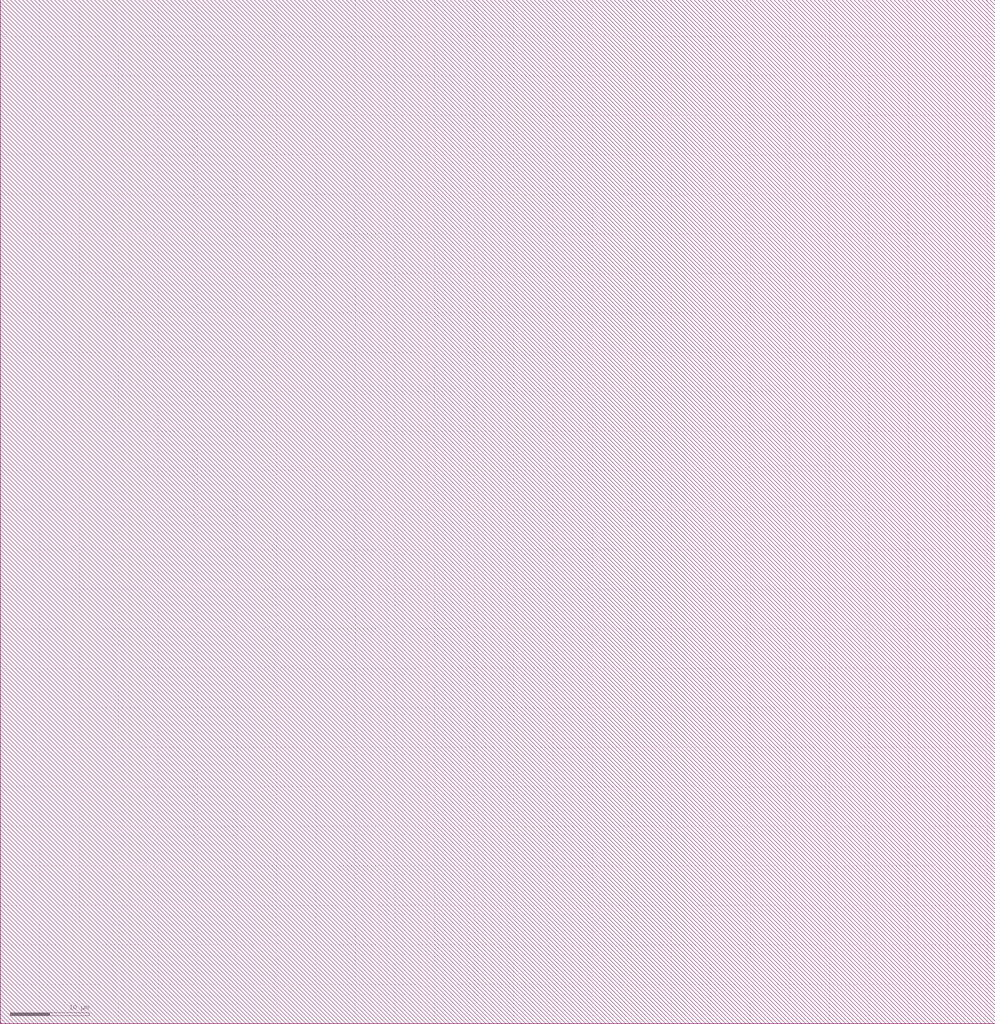
<source format=lef>
VERSION 5.6 ;

BUSBITCHARS "[]" ;

DIVIDERCHAR "/" ;

UNITS
    DATABASE MICRONS 1000 ;
END UNITS

MANUFACTURINGGRID 0.005000 ; 

CLEARANCEMEASURE EUCLIDEAN ; 

USEMINSPACING OBS ON ; 

SITE CoreSite
    CLASS CORE ;
    SIZE 0.600000 BY 0.300000 ;
END CoreSite

LAYER li
   TYPE ROUTING ;
   DIRECTION VERTICAL ;
   MINWIDTH 0.300000 ;
   AREA 0.056250 ;
   WIDTH 0.300000 ;
   SPACINGTABLE
      PARALLELRUNLENGTH 0.0
      WIDTH 0.0 0.225000 ;
   PITCH 0.600000 0.600000 ;
END li

LAYER mcon
    TYPE CUT ;
    SPACING 0.225000 ;
    WIDTH 0.300000 ;
    ENCLOSURE ABOVE 0.075000 0.075000 ;
    ENCLOSURE BELOW 0.000000 0.000000 ;
END mcon

LAYER met1
   TYPE ROUTING ;
   DIRECTION HORIZONTAL ;
   MINWIDTH 0.150000 ;
   AREA 0.084375 ;
   WIDTH 0.150000 ;
   SPACINGTABLE
      PARALLELRUNLENGTH 0.0
      WIDTH 0.0 0.150000 ;
   PITCH 0.300000 0.300000 ;
END met1

LAYER v1
    TYPE CUT ;
    SPACING 0.075000 ;
    WIDTH 0.300000 ;
    ENCLOSURE ABOVE 0.075000 0.075000 ;
    ENCLOSURE BELOW 0.075000 0.075000 ;
END v1

LAYER met2
   TYPE ROUTING ;
   DIRECTION VERTICAL ;
   MINWIDTH 0.150000 ;
   AREA 0.073125 ;
   WIDTH 0.150000 ;
   SPACINGTABLE
      PARALLELRUNLENGTH 0.0
      WIDTH 0.0 0.150000 ;
   PITCH 0.300000 0.300000 ;
END met2

LAYER v2
    TYPE CUT ;
    SPACING 0.150000 ;
    WIDTH 0.300000 ;
    ENCLOSURE ABOVE 0.075000 0.075000 ;
    ENCLOSURE BELOW 0.075000 0.000000 ;
END v2

LAYER met3
   TYPE ROUTING ;
   DIRECTION HORIZONTAL ;
   MINWIDTH 0.300000 ;
   AREA 0.241875 ;
   WIDTH 0.300000 ;
   SPACINGTABLE
      PARALLELRUNLENGTH 0.0
      WIDTH 0.0 0.300000 ;
   PITCH 0.600000 0.600000 ;
END met3

LAYER v3
    TYPE CUT ;
    SPACING 0.150000 ;
    WIDTH 0.450000 ;
    ENCLOSURE ABOVE 0.075000 0.075000 ;
    ENCLOSURE BELOW 0.075000 0.000000 ;
END v3

LAYER met4
   TYPE ROUTING ;
   DIRECTION VERTICAL ;
   MINWIDTH 0.300000 ;
   AREA 0.241875 ;
   WIDTH 0.300000 ;
   SPACINGTABLE
      PARALLELRUNLENGTH 0.0
      WIDTH 0.0 0.300000 ;
   PITCH 0.600000 0.600000 ;
END met4

LAYER v4
    TYPE CUT ;
    SPACING 0.450000 ;
    WIDTH 1.200000 ;
    ENCLOSURE ABOVE 0.150000 0.150000 ;
    ENCLOSURE BELOW 0.000000 0.000000 ;
END v4

LAYER met5
   TYPE ROUTING ;
   DIRECTION HORIZONTAL ;
   MINWIDTH 1.650000 ;
   AREA 4.005000 ;
   WIDTH 1.650000 ;
   SPACINGTABLE
      PARALLELRUNLENGTH 0.0
      WIDTH 0.0 1.650000 ;
   PITCH 3.300000 3.300000 ;
END met5

LAYER OVERLAP
   TYPE OVERLAP ;
END OVERLAP

VIA mcon_C DEFAULT
   LAYER li ;
     RECT -0.150000 -0.150000 0.150000 0.150000 ;
   LAYER mcon ;
     RECT -0.150000 -0.150000 0.150000 0.150000 ;
   LAYER met1 ;
     RECT -0.225000 -0.225000 0.225000 0.225000 ;
END mcon_C

VIA v1_C DEFAULT
   LAYER met1 ;
     RECT -0.225000 -0.225000 0.225000 0.225000 ;
   LAYER v1 ;
     RECT -0.150000 -0.150000 0.150000 0.150000 ;
   LAYER met2 ;
     RECT -0.225000 -0.225000 0.225000 0.225000 ;
END v1_C

VIA v2_C DEFAULT
   LAYER met2 ;
     RECT -0.150000 -0.225000 0.150000 0.225000 ;
   LAYER v2 ;
     RECT -0.150000 -0.150000 0.150000 0.150000 ;
   LAYER met3 ;
     RECT -0.225000 -0.225000 0.225000 0.225000 ;
END v2_C

VIA v2_Ch
   LAYER met2 ;
     RECT -0.225000 -0.150000 0.225000 0.150000 ;
   LAYER v2 ;
     RECT -0.150000 -0.150000 0.150000 0.150000 ;
   LAYER met3 ;
     RECT -0.225000 -0.225000 0.225000 0.225000 ;
END v2_Ch

VIA v2_Cv
   LAYER met2 ;
     RECT -0.150000 -0.225000 0.150000 0.225000 ;
   LAYER v2 ;
     RECT -0.150000 -0.150000 0.150000 0.150000 ;
   LAYER met3 ;
     RECT -0.225000 -0.225000 0.225000 0.225000 ;
END v2_Cv

VIA v3_C DEFAULT
   LAYER met3 ;
     RECT -0.300000 -0.225000 0.300000 0.225000 ;
   LAYER v3 ;
     RECT -0.225000 -0.225000 0.225000 0.225000 ;
   LAYER met4 ;
     RECT -0.300000 -0.300000 0.300000 0.300000 ;
END v3_C

VIA v3_Ch
   LAYER met3 ;
     RECT -0.300000 -0.225000 0.300000 0.225000 ;
   LAYER v3 ;
     RECT -0.225000 -0.225000 0.225000 0.225000 ;
   LAYER met4 ;
     RECT -0.300000 -0.300000 0.300000 0.300000 ;
END v3_Ch

VIA v3_Cv
   LAYER met3 ;
     RECT -0.300000 -0.225000 0.300000 0.225000 ;
   LAYER v3 ;
     RECT -0.225000 -0.225000 0.225000 0.225000 ;
   LAYER met4 ;
     RECT -0.300000 -0.300000 0.300000 0.300000 ;
END v3_Cv

VIA v4_C DEFAULT
   LAYER met4 ;
     RECT -0.600000 -0.600000 0.600000 0.600000 ;
   LAYER v4 ;
     RECT -0.600000 -0.600000 0.600000 0.600000 ;
   LAYER met5 ;
     RECT -0.750000 -0.750000 0.750000 0.750000 ;
END v4_C

MACRO _0_0std_0_0cells_0_0INVX1
    CLASS CORE ;
    FOREIGN _0_0std_0_0cells_0_0INVX1 0.000000 0.000000 ;
    ORIGIN 0.000000 0.000000 ;
    SIZE 2.400000 BY 2.700000 ;
    SYMMETRY X Y ;
    SITE CoreSite ;
    PIN A
        DIRECTION INPUT ;
        USE SIGNAL ;
        PORT
        LAYER li ;
        RECT 0.600000 2.100000 0.900000 2.400000 ;
        END
    END A
    PIN Y
        DIRECTION OUTPUT ;
        USE SIGNAL ;
        PORT
        LAYER li ;
        RECT 0.600000 0.300000 0.900000 0.600000 ;
        END
        ANTENNADIFFAREA 0.393750 ;
    END Y
    PIN Vdd
        DIRECTION INPUT ;
        USE POWER ;
        PORT
        LAYER li ;
        RECT 1.200000 2.100000 1.500000 2.400000 ;
        END
        ANTENNADIFFAREA 0.225000 ;
    END Vdd
    PIN GND
        DIRECTION INPUT ;
        USE GROUND ;
        PORT
        LAYER li ;
        RECT 1.800000 2.100000 2.100000 2.400000 ;
        END
        ANTENNADIFFAREA 0.168750 ;
    END GND
END _0_0std_0_0cells_0_0INVX1

MACRO _0_0std_0_0cells_0_0MUX2X1
    CLASS CORE ;
    FOREIGN _0_0std_0_0cells_0_0MUX2X1 0.000000 0.000000 ;
    ORIGIN 0.000000 0.000000 ;
    SIZE 6.000000 BY 3.600000 ;
    SYMMETRY X Y ;
    SITE CoreSite ;
    PIN A
        DIRECTION INPUT ;
        USE SIGNAL ;
        PORT
        LAYER li ;
        RECT 0.600000 3.000000 0.900000 3.300000 ;
        END
    END A
    PIN B
        DIRECTION INPUT ;
        USE SIGNAL ;
        PORT
        LAYER li ;
        RECT 1.800000 3.000000 2.100000 3.300000 ;
        END
    END B
    PIN S
        DIRECTION INPUT ;
        USE SIGNAL ;
        PORT
        LAYER li ;
        RECT 3.000000 3.000000 3.300000 3.300000 ;
        END
    END S
    PIN Y
        DIRECTION OUTPUT ;
        USE SIGNAL ;
        PORT
        LAYER li ;
        RECT 0.600000 0.300000 0.900000 0.600000 ;
        END
        ANTENNADIFFAREA 1.406250 ;
    END Y
    PIN Vdd
        DIRECTION INPUT ;
        USE POWER ;
        PORT
        LAYER li ;
        RECT 4.200000 3.000000 4.500000 3.300000 ;
        END
        ANTENNADIFFAREA 0.759375 ;
    END Vdd
    PIN GND
        DIRECTION INPUT ;
        USE GROUND ;
        PORT
        LAYER li ;
        RECT 5.400000 3.000000 5.700000 3.300000 ;
        END
        ANTENNADIFFAREA 0.382500 ;
    END GND
END _0_0std_0_0cells_0_0MUX2X1

MACRO _0_0std_0_0cells_0_0AND2X1
    CLASS CORE ;
    FOREIGN _0_0std_0_0cells_0_0AND2X1 0.000000 0.000000 ;
    ORIGIN 0.000000 0.000000 ;
    SIZE 3.000000 BY 3.000000 ;
    SYMMETRY X Y ;
    SITE CoreSite ;
    PIN A
        DIRECTION INPUT ;
        USE SIGNAL ;
        PORT
        LAYER li ;
        RECT 0.600000 2.400000 0.900000 2.700000 ;
        END
    END A
    PIN B
        DIRECTION INPUT ;
        USE SIGNAL ;
        PORT
        LAYER li ;
        RECT 1.200000 2.400000 1.500000 2.700000 ;
        END
    END B
    PIN Y
        DIRECTION OUTPUT ;
        USE SIGNAL ;
        PORT
        LAYER li ;
        RECT 0.600000 0.300000 0.900000 0.600000 ;
        END
        ANTENNADIFFAREA 0.393750 ;
    END Y
    PIN Vdd
        DIRECTION INPUT ;
        USE POWER ;
        PORT
        LAYER li ;
        RECT 1.800000 2.400000 2.100000 2.700000 ;
        END
        ANTENNADIFFAREA 0.450000 ;
    END Vdd
    PIN GND
        DIRECTION INPUT ;
        USE GROUND ;
        PORT
        LAYER li ;
        RECT 2.400000 2.400000 2.700000 2.700000 ;
        END
        ANTENNADIFFAREA 0.225000 ;
    END GND
END _0_0std_0_0cells_0_0AND2X1

MACRO _0_0cell_0_0gcelem2x0
    CLASS CORE ;
    FOREIGN _0_0cell_0_0gcelem2x0 0.000000 0.000000 ;
    ORIGIN 0.000000 0.000000 ;
    SIZE 6.600000 BY 3.300000 ;
    SYMMETRY X Y ;
    SITE CoreSite ;
    PIN in_50_6
        DIRECTION INPUT ;
        USE SIGNAL ;
        PORT
        LAYER li ;
        RECT 0.600000 2.700000 0.900000 3.000000 ;
        END
    END in_50_6
    PIN in_51_6
        DIRECTION INPUT ;
        USE SIGNAL ;
        PORT
        LAYER li ;
        RECT 2.400000 2.700000 2.700000 3.000000 ;
        END
    END in_51_6
    PIN out
        DIRECTION OUTPUT ;
        USE SIGNAL ;
        PORT
        LAYER li ;
        RECT 0.600000 0.300000 0.900000 0.600000 ;
        END
        ANTENNADIFFAREA 0.202500 ;
    END out
    PIN Vdd
        DIRECTION INPUT ;
        USE POWER ;
        PORT
        LAYER li ;
        RECT 4.200000 2.700000 4.500000 3.000000 ;
        END
        ANTENNADIFFAREA 0.438750 ;
    END Vdd
    PIN GND
        DIRECTION INPUT ;
        USE GROUND ;
        PORT
        LAYER li ;
        RECT 6.000000 2.700000 6.300000 3.000000 ;
        END
        ANTENNADIFFAREA 0.393750 ;
    END GND
END _0_0cell_0_0gcelem2x0

MACRO _0_0cell_0_0ginvx0
    CLASS CORE ;
    FOREIGN _0_0cell_0_0ginvx0 0.000000 0.000000 ;
    ORIGIN 0.000000 0.000000 ;
    SIZE 2.400000 BY 2.700000 ;
    SYMMETRY X Y ;
    SITE CoreSite ;
    PIN in_50_6
        DIRECTION INPUT ;
        USE SIGNAL ;
        PORT
        LAYER li ;
        RECT 0.600000 2.100000 0.900000 2.400000 ;
        END
    END in_50_6
    PIN out
        DIRECTION OUTPUT ;
        USE SIGNAL ;
        PORT
        LAYER li ;
        RECT 0.600000 0.300000 0.900000 0.600000 ;
        END
        ANTENNADIFFAREA 0.337500 ;
    END out
    PIN Vdd
        DIRECTION INPUT ;
        USE POWER ;
        PORT
        LAYER li ;
        RECT 1.200000 2.100000 1.500000 2.400000 ;
        END
        ANTENNADIFFAREA 0.168750 ;
    END Vdd
    PIN GND
        DIRECTION INPUT ;
        USE GROUND ;
        PORT
        LAYER li ;
        RECT 1.800000 2.100000 2.100000 2.400000 ;
        END
        ANTENNADIFFAREA 0.168750 ;
    END GND
END _0_0cell_0_0ginvx0

MACRO _0_0std_0_0cells_0_0NOR2X1
    CLASS CORE ;
    FOREIGN _0_0std_0_0cells_0_0NOR2X1 0.000000 0.000000 ;
    ORIGIN 0.000000 0.000000 ;
    SIZE 3.000000 BY 3.300000 ;
    SYMMETRY X Y ;
    SITE CoreSite ;
    PIN A
        DIRECTION INPUT ;
        USE SIGNAL ;
        PORT
        LAYER li ;
        RECT 0.600000 2.700000 0.900000 3.000000 ;
        END
    END A
    PIN B
        DIRECTION INPUT ;
        USE SIGNAL ;
        PORT
        LAYER li ;
        RECT 1.200000 2.700000 1.500000 3.000000 ;
        END
    END B
    PIN Y
        DIRECTION OUTPUT ;
        USE SIGNAL ;
        PORT
        LAYER li ;
        RECT 0.600000 0.300000 0.900000 0.600000 ;
        END
        ANTENNADIFFAREA 0.590625 ;
    END Y
    PIN Vdd
        DIRECTION INPUT ;
        USE POWER ;
        PORT
        LAYER li ;
        RECT 1.800000 2.700000 2.100000 3.000000 ;
        END
        ANTENNADIFFAREA 0.421875 ;
    END Vdd
    PIN GND
        DIRECTION INPUT ;
        USE GROUND ;
        PORT
        LAYER li ;
        RECT 2.400000 2.700000 2.700000 3.000000 ;
        END
        ANTENNADIFFAREA 0.337500 ;
    END GND
END _0_0std_0_0cells_0_0NOR2X1

MACRO _0_0cell_0_0gcelem3x0
    CLASS CORE ;
    FOREIGN _0_0cell_0_0gcelem3x0 0.000000 0.000000 ;
    ORIGIN 0.000000 0.000000 ;
    SIZE 6.600000 BY 4.200000 ;
    SYMMETRY X Y ;
    SITE CoreSite ;
    PIN in_50_6
        DIRECTION INPUT ;
        USE SIGNAL ;
        PORT
        LAYER li ;
        RECT 0.600000 3.600000 0.900000 3.900000 ;
        END
    END in_50_6
    PIN in_51_6
        DIRECTION INPUT ;
        USE SIGNAL ;
        PORT
        LAYER li ;
        RECT 1.800000 3.600000 2.100000 3.900000 ;
        END
    END in_51_6
    PIN in_52_6
        DIRECTION INPUT ;
        USE SIGNAL ;
        PORT
        LAYER li ;
        RECT 3.000000 3.600000 3.300000 3.900000 ;
        END
    END in_52_6
    PIN out
        DIRECTION OUTPUT ;
        USE SIGNAL ;
        PORT
        LAYER li ;
        RECT 0.600000 0.300000 0.900000 0.600000 ;
        END
        ANTENNADIFFAREA 0.202500 ;
    END out
    PIN Vdd
        DIRECTION INPUT ;
        USE POWER ;
        PORT
        LAYER li ;
        RECT 4.200000 3.600000 4.500000 3.900000 ;
        END
        ANTENNADIFFAREA 0.573750 ;
    END Vdd
    PIN GND
        DIRECTION INPUT ;
        USE GROUND ;
        PORT
        LAYER li ;
        RECT 5.400000 3.600000 5.700000 3.900000 ;
        END
        ANTENNADIFFAREA 0.506250 ;
    END GND
    OBS
      LAYER li ;
         RECT 0.600000 1.800000 5.925000 2.325000 ;
    END
END _0_0cell_0_0gcelem3x0

MACRO _0_0std_0_0cells_0_0NOR2X2
    CLASS CORE ;
    FOREIGN _0_0std_0_0cells_0_0NOR2X2 0.000000 0.000000 ;
    ORIGIN 0.000000 0.000000 ;
    SIZE 3.000000 BY 4.800000 ;
    SYMMETRY X Y ;
    SITE CoreSite ;
    PIN A
        DIRECTION INPUT ;
        USE SIGNAL ;
        PORT
        LAYER li ;
        RECT 0.600000 4.200000 0.900000 4.500000 ;
        END
    END A
    PIN B
        DIRECTION INPUT ;
        USE SIGNAL ;
        PORT
        LAYER li ;
        RECT 1.200000 4.200000 1.500000 4.500000 ;
        END
    END B
    PIN Y
        DIRECTION OUTPUT ;
        USE SIGNAL ;
        PORT
        LAYER li ;
        RECT 0.600000 0.300000 0.900000 0.600000 ;
        END
        ANTENNADIFFAREA 1.125000 ;
    END Y
    PIN Vdd
        DIRECTION INPUT ;
        USE POWER ;
        PORT
        LAYER li ;
        RECT 1.800000 4.200000 2.100000 4.500000 ;
        END
        ANTENNADIFFAREA 0.843750 ;
    END Vdd
    PIN GND
        DIRECTION INPUT ;
        USE GROUND ;
        PORT
        LAYER li ;
        RECT 2.400000 4.200000 2.700000 4.500000 ;
        END
        ANTENNADIFFAREA 0.562500 ;
    END GND
    OBS
      LAYER li ;
         RECT 0.600000 1.800000 2.325000 2.925000 ;
    END
END _0_0std_0_0cells_0_0NOR2X2

MACRO _0_0std_0_0cells_0_0LATCHINV
    CLASS CORE ;
    FOREIGN _0_0std_0_0cells_0_0LATCHINV 0.000000 0.000000 ;
    ORIGIN 0.000000 0.000000 ;
    SIZE 6.000000 BY 3.900000 ;
    SYMMETRY X Y ;
    SITE CoreSite ;
    PIN CLK
        DIRECTION INPUT ;
        USE SIGNAL ;
        PORT
        LAYER li ;
        RECT 0.600000 3.300000 0.900000 3.600000 ;
        END
    END CLK
    PIN D
        DIRECTION INPUT ;
        USE SIGNAL ;
        PORT
        LAYER li ;
        RECT 1.800000 3.300000 2.100000 3.600000 ;
        END
    END D
    PIN q
        DIRECTION INPUT ;
        USE SIGNAL ;
        PORT
        LAYER li ;
        RECT 3.000000 3.300000 3.300000 3.600000 ;
        END
    END q
    PIN __q
        DIRECTION OUTPUT ;
        USE SIGNAL ;
        PORT
        LAYER li ;
        RECT 0.600000 0.300000 0.900000 0.600000 ;
        END
        ANTENNADIFFAREA 1.406250 ;
    END __q
    PIN Vdd
        DIRECTION INPUT ;
        USE POWER ;
        PORT
        LAYER li ;
        RECT 4.200000 3.300000 4.500000 3.600000 ;
        END
        ANTENNADIFFAREA 0.731250 ;
    END Vdd
    PIN GND
        DIRECTION INPUT ;
        USE GROUND ;
        PORT
        LAYER li ;
        RECT 5.400000 3.300000 5.700000 3.600000 ;
        END
        ANTENNADIFFAREA 0.562500 ;
    END GND
    OBS
      LAYER li ;
         RECT 0.600000 1.800000 5.325000 2.025000 ;
    END
END _0_0std_0_0cells_0_0LATCHINV

MACRO _0_0std_0_0cells_0_0OR2X1
    CLASS CORE ;
    FOREIGN _0_0std_0_0cells_0_0OR2X1 0.000000 0.000000 ;
    ORIGIN 0.000000 0.000000 ;
    SIZE 3.000000 BY 3.300000 ;
    SYMMETRY X Y ;
    SITE CoreSite ;
    PIN A
        DIRECTION INPUT ;
        USE SIGNAL ;
        PORT
        LAYER li ;
        RECT 0.600000 2.700000 0.900000 3.000000 ;
        END
    END A
    PIN B
        DIRECTION INPUT ;
        USE SIGNAL ;
        PORT
        LAYER li ;
        RECT 1.200000 2.700000 1.500000 3.000000 ;
        END
    END B
    PIN Y
        DIRECTION OUTPUT ;
        USE SIGNAL ;
        PORT
        LAYER li ;
        RECT 0.600000 0.300000 0.900000 0.600000 ;
        END
        ANTENNADIFFAREA 0.393750 ;
    END Y
    PIN Vdd
        DIRECTION INPUT ;
        USE POWER ;
        PORT
        LAYER li ;
        RECT 1.800000 2.700000 2.100000 3.000000 ;
        END
        ANTENNADIFFAREA 0.337500 ;
    END Vdd
    PIN GND
        DIRECTION INPUT ;
        USE GROUND ;
        PORT
        LAYER li ;
        RECT 2.400000 2.700000 2.700000 3.000000 ;
        END
        ANTENNADIFFAREA 0.337500 ;
    END GND
END _0_0std_0_0cells_0_0OR2X1

MACRO _0_0std_0_0cells_0_0TIELOX1
    CLASS CORE ;
    FOREIGN _0_0std_0_0cells_0_0TIELOX1 0.000000 0.000000 ;
    ORIGIN 0.000000 0.000000 ;
    SIZE 2.400000 BY 3.000000 ;
    SYMMETRY X Y ;
    SITE CoreSite ;
    PIN Y
        DIRECTION OUTPUT ;
        USE SIGNAL ;
        PORT
        LAYER li ;
        RECT 0.600000 0.300000 0.900000 0.600000 ;
        END
        ANTENNADIFFAREA 0.168750 ;
    END Y
    PIN Vdd
        DIRECTION INPUT ;
        USE POWER ;
        PORT
        LAYER li ;
        RECT 0.600000 2.400000 0.900000 2.700000 ;
        END
        ANTENNADIFFAREA 0.281250 ;
    END Vdd
    PIN GND
        DIRECTION INPUT ;
        USE GROUND ;
        PORT
        LAYER li ;
        RECT 1.800000 2.400000 2.100000 2.700000 ;
        END
        ANTENNADIFFAREA 0.168750 ;
    END GND
END _0_0std_0_0cells_0_0TIELOX1

MACRO _0_0std_0_0cells_0_0FAX1
    CLASS CORE ;
    FOREIGN _0_0std_0_0cells_0_0FAX1 0.000000 0.000000 ;
    ORIGIN 0.000000 0.000000 ;
    SIZE 10.800000 BY 6.600000 ;
    SYMMETRY X Y ;
    SITE CoreSite ;
    PIN A
        DIRECTION INPUT ;
        USE SIGNAL ;
        PORT
        LAYER li ;
        RECT 0.600000 6.000000 0.900000 6.300000 ;
        END
    END A
    PIN B
        DIRECTION INPUT ;
        USE SIGNAL ;
        PORT
        LAYER li ;
        RECT 3.000000 6.000000 3.300000 6.300000 ;
        END
    END B
    PIN C
        DIRECTION INPUT ;
        USE SIGNAL ;
        PORT
        LAYER li ;
        RECT 5.400000 6.000000 5.700000 6.300000 ;
        END
    END C
    PIN YC
        DIRECTION OUTPUT ;
        USE SIGNAL ;
        PORT
        LAYER li ;
        RECT 0.600000 0.300000 0.900000 0.600000 ;
        END
        ANTENNADIFFAREA 0.393750 ;
    END YC
    PIN YS
        DIRECTION OUTPUT ;
        USE SIGNAL ;
        PORT
        LAYER li ;
        RECT 5.400000 0.300000 5.700000 0.600000 ;
        END
        ANTENNADIFFAREA 0.393750 ;
    END YS
    PIN Vdd
        DIRECTION INPUT ;
        USE POWER ;
        PORT
        LAYER li ;
        RECT 7.800000 6.000000 8.100000 6.300000 ;
        END
        ANTENNADIFFAREA 2.610000 ;
    END Vdd
    PIN GND
        DIRECTION INPUT ;
        USE GROUND ;
        PORT
        LAYER li ;
        RECT 10.200000 6.000000 10.500000 6.300000 ;
        END
        ANTENNADIFFAREA 1.856250 ;
    END GND
    OBS
      LAYER li ;
         RECT 0.600000 1.800000 10.125000 4.725000 ;
    END
END _0_0std_0_0cells_0_0FAX1

MACRO welltap_svt
    CLASS CORE WELLTAP ;
    FOREIGN welltap_svt 0.000000 0.000000 ;
    ORIGIN 0.000000 0.000000 ;
    SIZE 1.200000 BY 2.100000 ;
    SYMMETRY X Y ;
    SITE CoreSite ;
    PIN Vdd
        DIRECTION INPUT ;
        USE POWER ;
        PORT
        LAYER li ;
        RECT 0.600000 1.500000 0.900000 1.800000 ;
        END
    END Vdd
    PIN GND
        DIRECTION INPUT ;
        USE GROUND ;
        PORT
        LAYER li ;
        RECT 0.600000 0.300000 0.900000 0.600000 ;
        END
    END GND
END welltap_svt

MACRO circuitppnp
   CLASS CORE ;
   FOREIGN circuitppnp 0.000000 0.000000 ;
   ORIGIN 0.000000 0.000000 ; 
   SIZE 126.000000 BY 129.600000 ; 
   SYMMETRY X Y ;
   SITE CoreSite ;
END circuitppnp

MACRO circuitwell
   CLASS CORE ;
   FOREIGN circuitwell 0.000000 0.000000 ;
   ORIGIN 0.000000 0.000000 ; 
   SIZE 126.000000 BY 129.600000 ; 
   SYMMETRY X Y ;
   SITE CoreSite ;
END circuitwell


</source>
